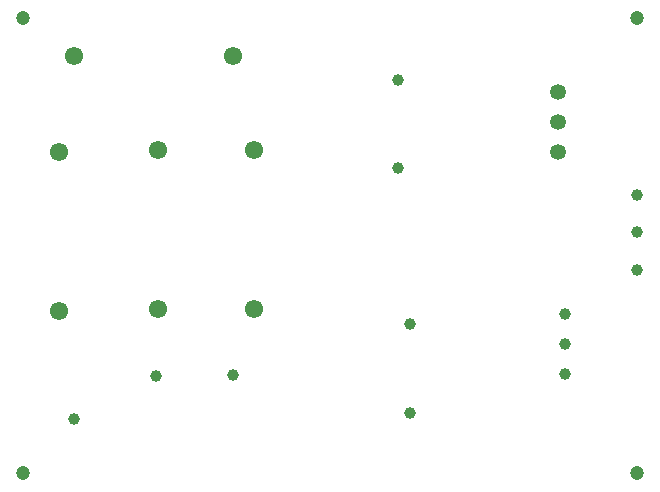
<source format=gbr>
%TF.GenerationSoftware,Altium Limited,Altium Designer,24.0.1 (36)*%
G04 Layer_Color=0*
%FSLAX45Y45*%
%MOMM*%
%TF.SameCoordinates,E673BBFC-20C5-4476-8311-46C70BBC61D0*%
%TF.FilePolarity,Positive*%
%TF.FileFunction,Plated,1,2,PTH,Drill*%
%TF.Part,Single*%
G01*
G75*
%TA.AperFunction,OtherDrill,Pad Free-30 (54.5mm,41mm)*%
%ADD29C,1.20000*%
%TA.AperFunction,OtherDrill,Pad Free-30 (2.5mm,2.5mm)*%
%ADD30C,1.20000*%
%TA.AperFunction,OtherDrill,Pad Free-30 (2.5mm,41mm)*%
%ADD31C,1.20000*%
%TA.AperFunction,OtherDrill,Pad Free-30 (54.5mm,2.5mm)*%
%ADD32C,1.20000*%
%TA.AperFunction,ComponentDrill*%
%ADD33C,1.55000*%
%ADD34C,1.55000*%
%ADD35C,1.00000*%
%TA.AperFunction,OtherDrill,Pad Free-29 (54.483mm,19.685mm)*%
%ADD36C,1.00000*%
%TA.AperFunction,OtherDrill,Pad Free-29 (54.483mm,22.939mm)*%
%ADD37C,1.00000*%
%TA.AperFunction,OtherDrill,Pad Free-29 (54.483mm,26.035mm)*%
%ADD38C,1.00000*%
%TA.AperFunction,OtherDrill,Pad Free-29 (13.807mm,10.72mm)*%
%ADD39C,1.00000*%
%TA.AperFunction,OtherDrill,Pad Free-29 (20.32mm,10.795mm)*%
%ADD40C,1.00000*%
%TA.AperFunction,OtherDrill,Pad Free-29 (6.858mm,7.112mm)*%
%ADD41C,1.00000*%
%TA.AperFunction,ComponentDrill*%
%ADD42C,1.35000*%
%ADD43C,1.00000*%
D29*
X5450000Y4100000D02*
D03*
D30*
X250000Y250000D02*
D03*
D31*
Y4100000D02*
D03*
D32*
X5450000Y250000D02*
D03*
D33*
X1397000Y2985900D02*
D03*
Y1636900D02*
D03*
X558800Y2973200D02*
D03*
Y1624200D02*
D03*
X2209800Y1636900D02*
D03*
Y2985900D02*
D03*
D34*
X684400Y3784600D02*
D03*
X2033400D02*
D03*
D35*
X3530600Y1511300D02*
D03*
Y761300D02*
D03*
X3429000Y3582100D02*
D03*
Y2832100D02*
D03*
D36*
X5448300Y1968500D02*
D03*
D37*
Y2293923D02*
D03*
D38*
Y2603500D02*
D03*
D39*
X1380728Y1071960D02*
D03*
D40*
X2032000Y1079500D02*
D03*
D41*
X685800Y711200D02*
D03*
D42*
X4784700Y2972300D02*
D03*
Y3225800D02*
D03*
Y3479300D02*
D03*
D43*
X4838700Y1600200D02*
D03*
Y1346200D02*
D03*
Y1092200D02*
D03*
%TF.MD5,793c81005357b92b06cfd963fe8963a5*%
M02*

</source>
